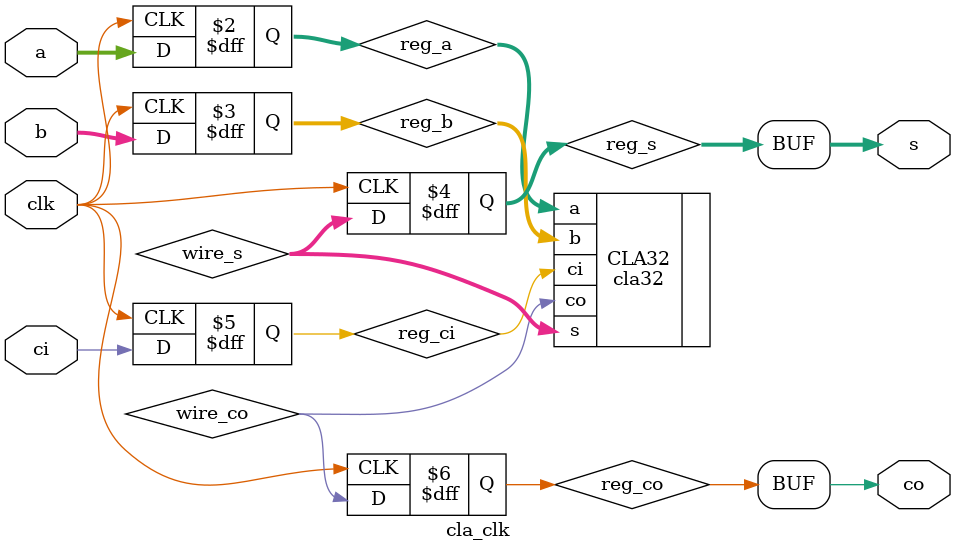
<source format=v>
module cla_clk(clk, a, b, ci, co, s);
	
	input [31:0] a, b; // 32bit input bus ports
	input clk, ci; // input ports
	output [31:0] s; // 32bit output bus port
	output co; // output port
	
	reg [31:0] reg_a, reg_b, reg_s; //32bit reg
	reg reg_ci, reg_co; // reg
	wire [31:0] wire_s; // 32bit wire
	wire wire_co; // wire
	
	
	always @ (posedge clk) // flip flop
	begin

		reg_a <= a; 
		reg_b <= b;
		reg_ci <= ci;
		reg_s <= wire_s;
		reg_co <= wire_co;
		
		
	end
	
	//modified_cla32 modified_CLA32(.a(reg_a), .b(reg_b), .ci(reg_ci), .s(wire_s), .co(wire_co));
	cla32 CLA32(.a(reg_a), .b(reg_b), .ci(reg_ci), .s(wire_s), .co(wire_co)); // instance 32bit carry look ahead adder 'CLA32'
	
	assign s = reg_s; 
	assign co = reg_co;

endmodule




</source>
